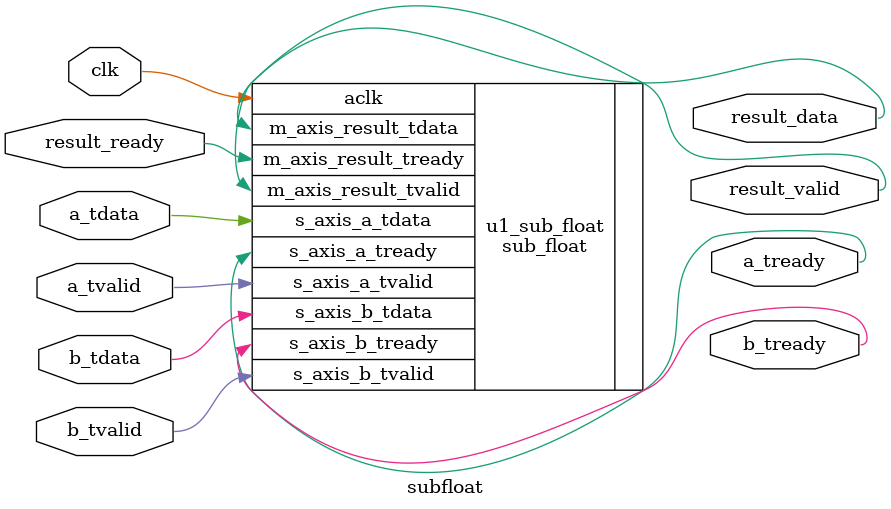
<source format=v>
`timescale 1ns / 1ps

module subfloat(
    input clk,
    input a_tvalid,
    input a_tdata,
    input b_tvalid,
    input b_tdata,
    input result_ready,

    output reg a_tready,
    output reg b_tready,
    output reg result_valid,
    output reg result_data
    );

sub_float u1_sub_float(
    .aclk(clk),
    .s_axis_a_tvalid(a_tvalid),
    .s_axis_a_tready(a_tready),
    .s_axis_a_tdata(a_tdata),
    .s_axis_b_tvalid(b_tvalid),
    .s_axis_b_tready(b_tready),
    .s_axis_b_tdata(b_tdata),
    .m_axis_result_tvalid(result_valid),
    .m_axis_result_tready(result_ready),
    .m_axis_result_tdata(result_data)
);

endmodule

</source>
